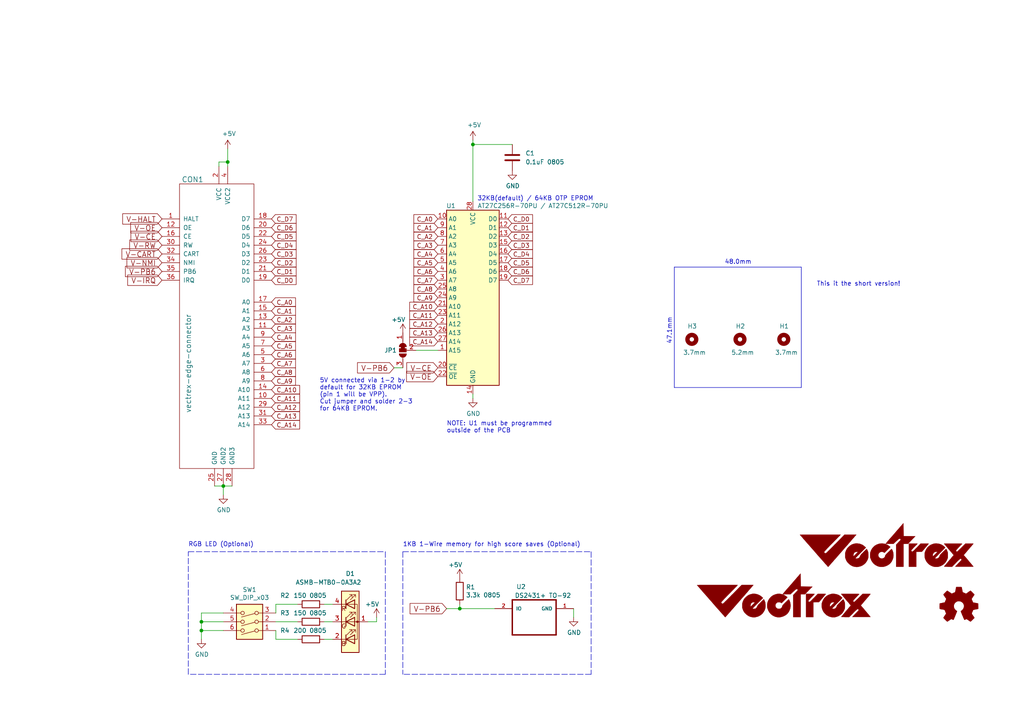
<source format=kicad_sch>
(kicad_sch (version 20211123) (generator eeschema)
  (paper "A4")
  (title_block (title "Vectrex Cartridge") (date "2020-07-05") (rev "v1.2") (company "Brett Walach"))
  (lib_symbols
    (symbol "Device:C" (pin_numbers hide) (pin_names (offset 0.254))
      (property "Reference" "C" (at 0.635 2.54 0))
      (property "Value" "C" (at 0.635 -2.54 0))
      (symbol "C_0_1"
        (polyline (pts (xy -2.032 -0.762) (xy 2.032 -0.762)) (stroke (width 0.508)))
        (polyline (pts (xy -2.032 0.762) (xy 2.032 0.762)) (stroke (width 0.508)))
      )
      (symbol "C_1_1"
        (pin passive line (at 0 3.81 270) (length 2.794) (name "~") (number "1"))
        (pin passive line (at 0 -3.81 90) (length 2.794) (name "~") (number "2"))
      )
    )
    (symbol "Device:R" (pin_numbers hide) (pin_names (offset 0))
      (property "Reference" "R" (at 2.032 0 90))
      (property "Value" "R" (at 0 0 90))
      (symbol "R_0_1"
        (rectangle (start -1.016 -2.54) (end 1.016 2.54) (stroke (width 0.254)))
      )
      (symbol "R_1_1"
        (pin passive line (at 0 3.81 270) (length 1.27) (name "~") (number "1"))
        (pin passive line (at 0 -3.81 90) (length 1.27) (name "~") (number "2"))
      )
    )
    (symbol "Graphic:Logo_Open_Hardware_Small" (pin_names (offset 1.016))
      (symbol "Logo_Open_Hardware_Small_0_1"
        (polyline (pts (xy 3.3528 -4.3434) (xy 3.302 -4.318) (xy 3.175 -4.2418) (xy 2.9972 -4.1148) (xy 2.7686 -3.9624) (xy 2.54 -3.81) (xy 2.3622 -3.7084) (xy 2.2352 -3.6068) (xy 2.1844 -3.5814) (xy 2.159 -3.6068) (xy 2.0574 -3.6576) (xy 1.905 -3.7338) (xy 1.8034 -3.7846) (xy 1.6764 -3.8354) (xy 1.6002 -3.8354) (xy 1.6002 -3.8354) (xy 1.5494 -3.7338) (xy 1.4732 -3.5306) (xy 1.3462 -3.302) (xy 1.2446 -3.0226) (xy 1.1176 -2.7178) (xy 0.9652 -2.413) (xy 0.8636 -2.1082) (xy 0.7366 -1.8288) (xy 0.6604 -1.6256) (xy 0.6096 -1.4732) (xy 0.5842 -1.397) (xy 0.5842 -1.397) (xy 0.6604 -1.3208) (xy 0.7874 -1.2446) (xy 1.0414 -1.016) (xy 1.2954 -0.6858) (xy 1.4478 -0.3302) (xy 1.524 0.0762) (xy 1.4732 0.4572) (xy 1.3208 0.8128) (xy 1.0668 1.143) (xy 0.762 1.3716) (xy 0.4064 1.524) (xy 0 1.5748) (xy -0.381 1.5494) (xy -0.7366 1.397) (xy -1.0668 1.143) (xy -1.2192 0.9906) (xy -1.397 0.6604) (xy -1.524 0.3048) (xy -1.524 0.2286) (xy -1.4986 -0.1778) (xy -1.397 -0.5334) (xy -1.1938 -0.8636) (xy -0.9144 -1.143) (xy -0.8636 -1.1684) (xy -0.7366 -1.27) (xy -0.635 -1.3462) (xy -0.5842 -1.397) (xy -1.0668 -2.5908) (xy -1.143 -2.794) (xy -1.2954 -3.1242) (xy -1.397 -3.4036) (xy -1.4986 -3.6322) (xy -1.5748 -3.7846) (xy -1.6002 -3.8354) (xy -1.6002 -3.8354) (xy -1.651 -3.8354) (xy -1.7272 -3.81) (xy -1.905 -3.7338) (xy -2.0066 -3.683) (xy -2.1336 -3.6068) (xy -2.2098 -3.5814) (xy -2.2606 -3.6068) (xy -2.3622 -3.683) (xy -2.54 -3.81) (xy -2.7686 -3.9624) (xy -2.9718 -4.0894) (xy -3.1496 -4.2164) (xy -3.302 -4.318) (xy -3.3528 -4.3434) (xy -3.3782 -4.3434) (xy -3.429 -4.318) (xy -3.5306 -4.2164) (xy -3.7084 -4.064) (xy -3.937 -3.8354) (xy -3.9624 -3.81) (xy -4.1656 -3.6068) (xy -4.318 -3.4544) (xy -4.4196 -3.3274) (xy -4.445 -3.2766) (xy -4.445 -3.2766) (xy -4.4196 -3.2258) (xy -4.318 -3.0734) (xy -4.2164 -2.8956) (xy -4.064 -2.667) (xy -3.6576 -2.0828) (xy -3.8862 -1.5494) (xy -3.937 -1.3716) (xy -4.0386 -1.1684) (xy -4.0894 -1.0414) (xy -4.1148 -0.9652) (xy -4.191 -0.9398) (xy -4.318 -0.9144) (xy -4.5466 -0.8636) (xy -4.8006 -0.8128) (xy -5.0546 -0.7874) (xy -5.2578 -0.7366) (xy -5.4356 -0.7112) (xy -5.5118 -0.6858) (xy -5.5118 -0.6858) (xy -5.5372 -0.635) (xy -5.5372 -0.5588) (xy -5.5372 -0.4318) (xy -5.5626 -0.2286) (xy -5.5626 0.0762) (xy -5.5626 0.127) (xy -5.5372 0.4064) (xy -5.5372 0.635) (xy -5.5372 0.762) (xy -5.5372 0.8382) (xy -5.5372 0.8382) (xy -5.461 0.8382) (xy -5.3086 0.889) (xy -5.08 0.9144) (xy -4.826 0.9652) (xy -4.8006 0.9906) (xy -4.5466 1.0414) (xy -4.318 1.0668) (xy -4.1656 1.1176) (xy -4.0894 1.143) (xy -4.0894 1.143) (xy -4.0386 1.2446) (xy -3.9624 1.4224) (xy -3.8608 1.6256) (xy -3.7846 1.8288) (xy -3.7084 2.0066) (xy -3.6576 2.159) (xy -3.6322 2.2098) (xy -3.6322 2.2098) (xy -3.683 2.286) (xy -3.7592 2.413) (xy -3.8862 2.5908) (xy -4.064 2.8194) (xy -4.064 2.8448) (xy -4.2164 3.0734) (xy -4.3434 3.2512) (xy -4.4196 3.3782) (xy -4.445 3.4544) (xy -4.445 3.4544) (xy -4.3942 3.5052) (xy -4.2926 3.6322) (xy -4.1148 3.81) (xy -3.937 4.0132) (xy -3.8608 4.064) (xy -3.6576 4.2926) (xy -3.5052 4.4196) (xy -3.4036 4.4958) (xy -3.3528 4.5212) (xy -3.3528 4.5212) (xy -3.302 4.4704) (xy -3.1496 4.3688) (xy -2.9718 4.2418) (xy -2.7432 4.0894) (xy -2.7178 4.0894) (xy -2.4892 3.937) (xy -2.3114 3.81) (xy -2.1844 3.7084) (xy -2.1336 3.683) (xy -2.1082 3.683) (xy -2.032 3.7084) (xy -1.8542 3.7592) (xy -1.6764 3.8354) (xy -1.4732 3.937) (xy -1.27 4.0132) (xy -1.143 4.064) (xy -1.0668 4.1148) (xy -1.0668 4.1148) (xy -1.0414 4.191) (xy -1.016 4.3434) (xy -0.9652 4.572) (xy -0.9144 4.8514) (xy -0.889 4.9022) (xy -0.8382 5.1562) (xy -0.8128 5.3848) (xy -0.7874 5.5372) (xy -0.762 5.588) (xy -0.7112 5.6134) (xy -0.5842 5.6134) (xy -0.4064 5.6134) (xy -0.1524 5.6134) (xy 0.0762 5.6134) (xy 0.3302 5.6134) (xy 0.5334 5.6134) (xy 0.6858 5.588) (xy 0.7366 5.588) (xy 0.7366 5.588) (xy 0.762 5.5118) (xy 0.8128 5.334) (xy 0.8382 5.1054) (xy 0.9144 4.826) (xy 0.9144 4.7752) (xy 0.9652 4.5212) (xy 1.016 4.2926) (xy 1.0414 4.1402) (xy 1.0668 4.0894) (xy 1.0668 4.0894) (xy 1.1938 4.0386) (xy 1.3716 3.9624) (xy 1.5748 3.8608) (xy 2.0828 3.6576) (xy 2.7178 4.0894) (xy 2.7686 4.1402) (xy 2.9972 4.2926) (xy 3.175 4.4196) (xy 3.302 4.4958) (xy 3.3782 4.5212) (xy 3.3782 4.5212) (xy 3.429 4.4704) (xy 3.556 4.3434) (xy 3.7338 4.191) (xy 3.9116 3.9878) (xy 4.064 3.8354) (xy 4.2418 3.6576) (xy 4.3434 3.556) (xy 4.4196 3.4798) (xy 4.4196 3.429) (xy 4.4196 3.4036) (xy 4.3942 3.3274) (xy 4.2926 3.2004) (xy 4.1656 2.9972) (xy 4.0132 2.794) (xy 3.8862 2.5908) (xy 3.7592 2.3876) (xy 3.6576 2.2352) (xy 3.6322 2.159) (xy 3.6322 2.1336) (xy 3.683 2.0066) (xy 3.7592 1.8288) (xy 3.8608 1.6002) (xy 4.064 1.1176) (xy 4.3942 1.0414) (xy 4.5974 1.016) (xy 4.8768 0.9652) (xy 5.1308 0.9144) (xy 5.5372 0.8382) (xy 5.5626 -0.6604) (xy 5.4864 -0.6858) (xy 5.4356 -0.6858) (xy 5.2832 -0.7366) (xy 5.0546 -0.762) (xy 4.8006 -0.8128) (xy 4.5974 -0.8636) (xy 4.3688 -0.9144) (xy 4.2164 -0.9398) (xy 4.1402 -0.9398) (xy 4.1148 -0.9652) (xy 4.064 -1.0668) (xy 3.9878 -1.2446) (xy 3.9116 -1.4478) (xy 3.81 -1.651) (xy 3.7338 -1.8542) (xy 3.683 -2.0066) (xy 3.6576 -2.0828) (xy 3.683 -2.1336) (xy 3.7846 -2.2606) (xy 3.8862 -2.4638) (xy 4.0386 -2.667) (xy 4.191 -2.8956) (xy 4.318 -3.0734) (xy 4.3942 -3.2004) (xy 4.445 -3.2766) (xy 4.4196 -3.3274) (xy 4.3434 -3.429) (xy 4.1656 -3.5814) (xy 3.937 -3.8354) (xy 3.8862 -3.8608) (xy 3.683 -4.064) (xy 3.5306 -4.2164) (xy 3.4036 -4.318) (xy 3.3528 -4.3434)) (fill (type outline)))
      )
    )
    (symbol "Jumper:SolderJumper_3_Bridged12" (pin_names (offset 0) hide)
      (property "Reference" "JP" (at -2.54 -2.54 0))
      (property "Value" "SolderJumper_3_Bridged12" (at 0 2.794 0))
      (symbol "SolderJumper_3_Bridged12_0_1"
        (rectangle (start -1.016 0.508) (end -0.508 -0.508) (fill (type outline)))
        (arc (start -1.016 1.016) (mid -2.032 0) (end -1.016 -1.016))
        (arc (start -1.016 1.016) (mid -2.032 0) (end -1.016 -1.016) (fill (type outline)))
        (rectangle (start -0.508 1.016) (end 0.508 -1.016) (fill (type outline)))
        (polyline (pts (xy -2.54 0) (xy -2.032 0)))
        (polyline (pts (xy -1.016 1.016) (xy -1.016 -1.016)))
        (polyline (pts (xy 0 -1.27) (xy 0 -1.016)))
        (polyline (pts (xy 1.016 1.016) (xy 1.016 -1.016)))
        (polyline (pts (xy 2.54 0) (xy 2.032 0)))
        (arc (start 1.016 -1.016) (mid 2.032 0) (end 1.016 1.016))
        (arc (start 1.016 -1.016) (mid 2.032 0) (end 1.016 1.016) (fill (type outline)))
      )
      (symbol "SolderJumper_3_Bridged12_1_1"
        (pin passive line (at -5.08 0 0) (length 2.54) (name "A") (number "1"))
        (pin passive line (at 0 -3.81 90) (length 2.54) (name "C") (number "2"))
        (pin passive line (at 5.08 0 180) (length 2.54) (name "B") (number "3"))
      )
    )
    (symbol "LED:ASMB-MTB0-0A3A2" (pin_names (offset 0) hide)
      (property "Reference" "D" (at 0 10.16 0))
      (property "Value" "ASMB-MTB0-0A3A2" (at 0 -10.16 0))
      (symbol "ASMB-MTB0-0A3A2_0_0"
        (text "B" (at -1.905 -6.35 0) (effects (font (size 1.27 1.27))))
        (text "G" (at -1.905 -1.27 0) (effects (font (size 1.27 1.27))))
        (text "R" (at -1.905 3.81 0) (effects (font (size 1.27 1.27))))
      )
      (symbol "ASMB-MTB0-0A3A2_0_1"
        (rectangle (start -2.54 -8.89) (end 2.54 8.89) (stroke (width 0.254)) (fill (type background)))
        (polyline (pts (xy -2.54 -5.08) (xy 1.27 -5.08)))
        (polyline (pts (xy -1.27 -3.81) (xy -1.27 -6.35)) (stroke (width 0.254)))
        (polyline (pts (xy -1.27 1.27) (xy -1.27 -1.27)) (stroke (width 0.254)))
        (polyline (pts (xy -1.27 6.35) (xy -1.27 3.81)) (stroke (width 0.254)))
        (polyline (pts (xy 1.27 5.08) (xy -2.54 5.08)))
        (polyline (pts (xy 2.54 0) (xy -2.54 0)))
        (polyline (pts (xy 1.27 -5.08) (xy 2.032 -5.08) (xy 2.032 5.08) (xy 1.27 5.08)))
        (polyline (pts (xy 1.27 -3.81) (xy 1.27 -6.35) (xy -1.27 -5.08) (xy 1.27 -3.81)) (stroke (width 0.254)))
        (polyline (pts (xy 1.27 1.27) (xy 1.27 -1.27) (xy -1.27 0) (xy 1.27 1.27)) (stroke (width 0.254)))
        (polyline (pts (xy 1.27 6.35) (xy 1.27 3.81) (xy -1.27 5.08) (xy 1.27 6.35)) (stroke (width 0.254)))
        (polyline (pts (xy -1.016 -3.81) (xy 0.508 -2.286) (xy -0.254 -2.286) (xy 0.508 -2.286) (xy 0.508 -3.048)))
        (polyline (pts (xy -1.016 1.27) (xy 0.508 2.794) (xy -0.254 2.794) (xy 0.508 2.794) (xy 0.508 2.032)))
        (polyline (pts (xy -1.016 6.35) (xy 0.508 7.874) (xy -0.254 7.874) (xy 0.508 7.874) (xy 0.508 7.112)))
        (polyline (pts (xy 0 -3.81) (xy 1.524 -2.286) (xy 0.762 -2.286) (xy 1.524 -2.286) (xy 1.524 -3.048)))
        (polyline (pts (xy 0 1.27) (xy 1.524 2.794) (xy 0.762 2.794) (xy 1.524 2.794) (xy 1.524 2.032)))
        (polyline (pts (xy 0 6.35) (xy 1.524 7.874) (xy 0.762 7.874) (xy 1.524 7.874) (xy 1.524 7.112)))
        (rectangle (start 1.27 6.35) (end 1.27 6.35))
        (circle (center 2.032 0) (radius 0.254) (fill (type outline)))
      )
      (symbol "ASMB-MTB0-0A3A2_1_1"
        (pin passive line (at 5.08 0 180) (length 2.54) (name "A") (number "1"))
        (pin passive line (at -5.08 -5.08 0) (length 2.54) (name "BK") (number "2"))
        (pin passive line (at -5.08 0 0) (length 2.54) (name "GK") (number "3"))
        (pin passive line (at -5.08 5.08 0) (length 2.54) (name "RK") (number "4"))
      )
    )
    (symbol "Mechanical:MountingHole" (pin_names (offset 1.016))
      (property "Reference" "H" (at 0 5.08 0))
      (property "Value" "MountingHole" (at 0 3.175 0))
      (symbol "MountingHole_0_1"
        (circle (center 0 0) (radius 1.27) (stroke (width 1.27)))
      )
    )
    (symbol "Memory_EPROM:27C512"
      (property "Reference" "U" (at -7.62 26.67 0))
      (property "Value" "27C512" (at 2.54 -26.67 0))
      (symbol "27C512_1_1"
        (rectangle (start -7.62 25.4) (end 7.62 -25.4) (stroke (width 0.254)) (fill (type background)))
        (pin input line (at -10.16 -15.24 0) (length 2.54) (name "A15") (number "1"))
        (pin input line (at -10.16 22.86 0) (length 2.54) (name "A0") (number "10"))
        (pin tri_state line (at 10.16 22.86 180) (length 2.54) (name "D0") (number "11"))
        (pin tri_state line (at 10.16 20.32 180) (length 2.54) (name "D1") (number "12"))
        (pin tri_state line (at 10.16 17.78 180) (length 2.54) (name "D2") (number "13"))
        (pin power_in line (at 0 -27.94 90) (length 2.54) (name "GND") (number "14"))
        (pin tri_state line (at 10.16 15.24 180) (length 2.54) (name "D3") (number "15"))
        (pin tri_state line (at 10.16 12.7 180) (length 2.54) (name "D4") (number "16"))
        (pin tri_state line (at 10.16 10.16 180) (length 2.54) (name "D5") (number "17"))
        (pin tri_state line (at 10.16 7.62 180) (length 2.54) (name "D6") (number "18"))
        (pin tri_state line (at 10.16 5.08 180) (length 2.54) (name "D7") (number "19"))
        (pin input line (at -10.16 -7.62 0) (length 2.54) (name "A12") (number "2"))
        (pin input line (at -10.16 -20.32 0) (length 2.54) (name "~{CE}") (number "20"))
        (pin input line (at -10.16 -2.54 0) (length 2.54) (name "A10") (number "21"))
        (pin input line (at -10.16 -22.86 0) (length 2.54) (name "~{OE}") (number "22"))
        (pin input line (at -10.16 -5.08 0) (length 2.54) (name "A11") (number "23"))
        (pin input line (at -10.16 0 0) (length 2.54) (name "A9") (number "24"))
        (pin input line (at -10.16 2.54 0) (length 2.54) (name "A8") (number "25"))
        (pin input line (at -10.16 -10.16 0) (length 2.54) (name "A13") (number "26"))
        (pin input line (at -10.16 -12.7 0) (length 2.54) (name "A14") (number "27"))
        (pin power_in line (at 0 27.94 270) (length 2.54) (name "VCC") (number "28"))
        (pin input line (at -10.16 5.08 0) (length 2.54) (name "A7") (number "3"))
        (pin input line (at -10.16 7.62 0) (length 2.54) (name "A6") (number "4"))
        (pin input line (at -10.16 10.16 0) (length 2.54) (name "A5") (number "5"))
        (pin input line (at -10.16 12.7 0) (length 2.54) (name "A4") (number "6"))
        (pin input line (at -10.16 15.24 0) (length 2.54) (name "A3") (number "7"))
        (pin input line (at -10.16 17.78 0) (length 2.54) (name "A2") (number "8"))
        (pin input line (at -10.16 20.32 0) (length 2.54) (name "A1") (number "9"))
      )
    )
    (symbol "Switch:SW_DIP_x03" (pin_names (offset 0) hide)
      (property "Reference" "SW" (at 0 8.89 0))
      (property "Value" "SW_DIP_x03" (at 0 -3.81 0))
      (symbol "SW_DIP_x03_0_0"
        (circle (center -2.032 0) (radius 0.508))
        (circle (center -2.032 2.54) (radius 0.508))
        (circle (center -2.032 5.08) (radius 0.508))
        (polyline (pts (xy -1.524 0.127) (xy 2.3622 1.1684)))
        (polyline (pts (xy -1.524 2.667) (xy 2.3622 3.7084)))
        (polyline (pts (xy -1.524 5.207) (xy 2.3622 6.2484)))
        (circle (center 2.032 0) (radius 0.508))
        (circle (center 2.032 2.54) (radius 0.508))
        (circle (center 2.032 5.08) (radius 0.508))
      )
      (symbol "SW_DIP_x03_0_1"
        (rectangle (start -3.81 7.62) (end 3.81 -2.54) (stroke (width 0.254)) (fill (type background)))
      )
      (symbol "SW_DIP_x03_1_1"
        (pin passive line (at -7.62 5.08 0) (length 5.08) (name "~") (number "1"))
        (pin passive line (at -7.62 2.54 0) (length 5.08) (name "~") (number "2"))
        (pin passive line (at -7.62 0 0) (length 5.08) (name "~") (number "3"))
        (pin passive line (at 7.62 0 180) (length 5.08) (name "~") (number "4"))
        (pin passive line (at 7.62 2.54 180) (length 5.08) (name "~") (number "5"))
        (pin passive line (at 7.62 5.08 180) (length 5.08) (name "~") (number "6"))
      )
    )
    (symbol "ds2431:DS2431" (pin_names (offset 1.016))
      (property "Reference" "U" (at 1.27 8.89 0))
      (property "Value" "DS2431" (at 1.27 6.35 0))
      (symbol "DS2431_0_0"
        (polyline (pts (xy 0 -5.08) (xy 0 5.08)) (stroke (width 0.4064)))
        (polyline (pts (xy 12.7 5.08) (xy 12.7 -5.08)) (stroke (width 0.4064)))
        (pin power_in line (at 17.78 2.54 180) (length 5.08) (name "GND") (number "1"))
        (pin bidirectional line (at -5.08 2.54 0) (length 5.08) (name "IO") (number "2"))
      )
      (symbol "DS2431_1_1"
        (polyline (pts (xy -12.7 -11.43) (xy -12.7 -11.43)) (stroke (width 0.4064)))
        (polyline (pts (xy 0 -5.08) (xy 12.7 -5.08)) (stroke (width 0.4064)))
        (polyline (pts (xy 0 5.08) (xy 12.7 5.08)) (stroke (width 0.4064)))
      )
    )
    (symbol "power:+5V" (power) (pin_names (offset 0))
      (property "Value" "+5V" (at 0 3.556 0))
      (symbol "+5V_0_1"
        (polyline (pts (xy -0.762 1.27) (xy 0 2.54)))
        (polyline (pts (xy 0 0) (xy 0 2.54)))
        (polyline (pts (xy 0 2.54) (xy 0.762 1.27)))
      )
      (symbol "+5V_1_1"
        (pin power_in line (at 0 0 90) (length 0) hide (name "+5V") (number "1"))
      )
    )
    (symbol "power:GND" (power) (pin_names (offset 0))
      (property "Value" "GND" (at 0 -3.81 0))
      (symbol "GND_0_1"
        (polyline (pts (xy 0 0) (xy 0 -1.27) (xy 1.27 -1.27) (xy 0 -2.54) (xy -1.27 -1.27) (xy 0 -1.27)))
      )
      (symbol "GND_1_1"
        (pin power_in line (at 0 0 270) (length 0) hide (name "GND") (number "1"))
      )
    )
    (symbol "vectrex-edge-connector:vectrex-edge-connector" (pin_names (offset 1.016))
      (property "Reference" "CON" (at 10.16 -40.64 0))
      (property "Value" "vectrex-edge-connector" (at -20.32 49.53 0))
      (symbol "vectrex-edge-connector_0_1"
        (rectangle (start -12.7 45.72) (end 8.89 -36.83))
      )
      (symbol "vectrex-edge-connector_1_1"
        (pin output line (at -17.78 35.56 0) (length 5.08) (name "HALT") (number "1"))
        (pin output line (at 13.97 -16.51 180) (length 5.08) (name "A11") (number "10"))
        (pin output line (at 13.97 3.81 180) (length 5.08) (name "A3") (number "11"))
        (pin output line (at -17.78 33.02 0) (length 5.08) (name "OE") (number "12"))
        (pin output line (at 13.97 6.35 180) (length 5.08) (name "A2") (number "13"))
        (pin output line (at 13.97 -13.97 180) (length 5.08) (name "A10") (number "14"))
        (pin output line (at 13.97 8.89 180) (length 5.08) (name "A1") (number "15"))
        (pin output line (at -17.78 30.48 0) (length 5.08) (name "CE") (number "16"))
        (pin output line (at 13.97 11.43 180) (length 5.08) (name "A0") (number "17"))
        (pin output line (at 13.97 35.56 180) (length 5.08) (name "D7") (number "18"))
        (pin output line (at 13.97 17.78 180) (length 5.08) (name "D0") (number "19"))
        (pin output line (at -1.27 50.8 270) (length 5.08) (name "VCC") (number "2"))
        (pin output line (at 13.97 33.02 180) (length 5.08) (name "D6") (number "20"))
        (pin output line (at 13.97 20.32 180) (length 5.08) (name "D1") (number "21"))
        (pin output line (at 13.97 30.48 180) (length 5.08) (name "D5") (number "22"))
        (pin output line (at 13.97 22.86 180) (length 5.08) (name "D2") (number "23"))
        (pin output line (at 13.97 27.94 180) (length 5.08) (name "D4") (number "24"))
        (pin output line (at -2.54 -41.91 90) (length 5.08) (name "GND") (number "25"))
        (pin output line (at 13.97 25.4 180) (length 5.08) (name "D3") (number "26"))
        (pin output line (at 0 -41.91 90) (length 5.08) (name "GND2") (number "27"))
        (pin output line (at 2.54 -41.91 90) (length 5.08) (name "GND3") (number "28"))
        (pin output line (at 13.97 -19.05 180) (length 5.08) (name "A12") (number "29"))
        (pin output line (at 13.97 -6.35 180) (length 5.08) (name "A7") (number "3"))
        (pin output line (at -17.78 27.94 0) (length 5.08) (name "RW") (number "30"))
        (pin output line (at 13.97 -21.59 180) (length 5.08) (name "A13") (number "31"))
        (pin output line (at -17.78 25.4 0) (length 5.08) (name "CART") (number "32"))
        (pin output line (at 13.97 -24.13 180) (length 5.08) (name "A14") (number "33"))
        (pin output line (at -17.78 22.86 0) (length 5.08) (name "NMI") (number "34"))
        (pin output line (at -17.78 20.32 0) (length 5.08) (name "PB6") (number "35"))
        (pin output line (at -17.78 17.78 0) (length 5.08) (name "IRQ") (number "36"))
        (pin output line (at 1.27 50.8 270) (length 5.08) (name "VCC2") (number "4"))
        (pin output line (at 13.97 -3.81 180) (length 5.08) (name "A6") (number "5"))
        (pin output line (at 13.97 -8.89 180) (length 5.08) (name "A8") (number "6"))
        (pin output line (at 13.97 -1.27 180) (length 5.08) (name "A5") (number "7"))
        (pin output line (at 13.97 -11.43 180) (length 5.08) (name "A9") (number "8"))
        (pin output line (at 13.97 1.27 180) (length 5.08) (name "A4") (number "9"))
      )
    )
    (symbol "vectrex-us:LOGO" (pin_names (offset 1.016))
      (symbol "LOGO_0_0"
        (polyline (pts (xy 8.5852 -1.9304) (xy 9.398 -1.905) (xy 10.2108 -1.905) (xy 11.2014 -0.762) (xy 11.2776 -0.6604) (xy 11.5062 -0.381) (xy 11.7348 -0.127) (xy 11.9126 0.1016) (xy 12.065 0.2794) (xy 12.1412 0.381) (xy 12.1666 0.4318) (xy 12.065 0.4572) (xy 9.8552 0.4572) (xy 8.7376 -0.7112) (xy 8.4328 -0.9906) (xy 8.1788 -1.27) (xy 7.8232 -1.6256) (xy 7.6962 -1.7272) (xy 7.5946 -1.8034) (xy 7.5438 -1.8542) (xy 7.4676 -1.8542) (xy 7.4168 -1.8796) (xy 7.3406 -1.8542) (xy 7.2136 -1.778) (xy 7.1374 -1.651) (xy 7.1374 -1.4986) (xy 7.1628 -1.4732) (xy 7.239 -1.3462) (xy 7.3914 -1.1938) (xy 7.5692 -0.9906) (xy 7.7978 -0.7366) (xy 8.6614 0.127) (xy 8.7884 0.2794) (xy 8.9408 0.4318) (xy 8.89 0.4318) (xy 8.7884 0.4572) (xy 6.4516 0.4572) (xy 6.4516 -6.2484) (xy 8.5852 -6.2484) (xy 8.5852 -1.9304)) (stroke (width 0.0254)) (fill (type outline)))
        (polyline (pts (xy 4.8768 0.3556) (xy 5.5118 0.381) (xy 6.1722 0.381) (xy 7.2136 1.4732) (xy 8.2804 2.5654) (xy 6.5786 2.5908) (xy 4.9022 2.6162) (xy 4.8768 4.4958) (xy 4.8514 6.35) (xy 4.7244 6.1976) (xy 4.699 6.1722) (xy 4.5974 6.0452) (xy 4.4196 5.8674) (xy 4.2164 5.6134) (xy 3.9624 5.334) (xy 3.683 5.0038) (xy 3.3528 4.6228) (xy 2.6416 3.81) (xy 2.2606 3.3528) (xy 0.7366 1.6256) (xy 0.6096 1.4732) (xy 0.3556 1.1938) (xy 0.1524 0.9398) (xy -0.0254 0.7112) (xy -0.1778 0.5588) (xy -0.254 0.4318) (xy -0.2794 0.4064) (xy -0.1778 0.381) (xy 1.9558 0.381) (xy 2.7686 1.143) (xy 2.8956 1.2446) (xy 3.1496 1.4732) (xy 3.3274 1.651) (xy 3.4798 1.7526) (xy 3.6068 1.8288) (xy 3.683 1.8796) (xy 3.7338 1.905) (xy 3.8862 1.8542) (xy 4.0132 1.7526) (xy 4.064 1.6002) (xy 4.0386 1.5748) (xy 4.0132 1.4986) (xy 3.937 1.397) (xy 3.8354 1.2446) (xy 3.6322 1.0668) (xy 3.4036 0.8128) (xy 2.7432 0.127) (xy 2.7432 -6.2484) (xy 4.8768 -6.2484) (xy 4.8768 0.3556)) (stroke (width 0.0254)) (fill (type outline)))
        (polyline (pts (xy -0.635 -6.1976) (xy -0.1016 -6.0198) (xy 0.4064 -5.7658) (xy 0.8636 -5.4356) (xy 1.0922 -5.207) (xy 1.4224 -4.7752) (xy 1.6764 -4.2672) (xy 1.8542 -3.7592) (xy 1.9558 -3.2004) (xy 1.9558 -2.667) (xy 1.8796 -2.1336) (xy 1.6764 -1.524) (xy 1.5748 -1.3208) (xy 1.4986 -1.1938) (xy 1.4224 -1.1176) (xy 1.3208 -1.2192) (xy 1.1684 -1.3462) (xy 0.9652 -1.524) (xy 0.762 -1.7526) (xy 0.508 -1.9812) (xy -0.0762 -2.5654) (xy -0.2032 -2.7178) (xy -0.3048 -2.8448) (xy -0.3556 -2.921) (xy -0.4064 -3.0226) (xy -0.4318 -3.0988) (xy -0.4572 -3.2512) (xy -0.6096 -3.5306) (xy -0.8382 -3.7338) (xy -1.1176 -3.8608) (xy -1.4478 -3.8862) (xy -1.4732 -3.8862) (xy -1.778 -3.8354) (xy -2.0574 -3.683) (xy -2.2606 -3.4544) (xy -2.3114 -3.3782) (xy -2.3876 -3.2512) (xy -2.413 -3.0988) (xy -2.413 -2.6416) (xy -2.3622 -2.5146) (xy -2.2606 -2.3622) (xy -2.159 -2.2352) (xy -1.9304 -2.032) (xy -1.6764 -1.9558) (xy -1.3716 -1.9304) (xy -1.1684 -1.9558) (xy -0.9906 -2.0066) (xy -0.8382 -2.0828) (xy -0.635 -2.2098) (xy 1.0414 -0.5334) (xy 0.8128 -0.3302) (xy 0.762 -0.3048) (xy 0.3048 0.0254) (xy -0.1778 0.254) (xy -0.7112 0.4064) (xy -1.27 0.4826) (xy -1.8034 0.4572) (xy -1.905 0.4572) (xy -2.4638 0.3048) (xy -2.9972 0.1016) (xy -3.4798 -0.2032) (xy -3.8862 -0.5842) (xy -4.2418 -1.016) (xy -4.5212 -1.524) (xy -4.7244 -2.0828) (xy -4.7498 -2.3114) (xy -4.8006 -2.667) (xy -4.8006 -3.048) (xy -4.7752 -3.429) (xy -4.7244 -3.7338) (xy -4.6736 -3.8354) (xy -4.4704 -4.3688) (xy -4.191 -4.8514) (xy -3.8354 -5.2832) (xy -3.4036 -5.6642) (xy -2.921 -5.9436) (xy -2.413 -6.1722) (xy -1.8542 -6.2738) (xy -1.7526 -6.2992) (xy -1.1938 -6.2992) (xy -0.635 -6.1976)) (stroke (width 0.0254)) (fill (type outline)))
        (polyline (pts (xy -16.8402 -6.1468) (xy -16.6878 -5.969) (xy -16.4846 -5.7404) (xy -16.2306 -5.461) (xy -15.9258 -5.1054) (xy -15.5956 -4.7498) (xy -15.24 -4.318) (xy -14.8336 -3.8862) (xy -14.4272 -3.4036) (xy -13.9954 -2.921) (xy -13.5636 -2.413) (xy -13.1064 -1.905) (xy -12.6492 -1.3716) (xy -12.2174 -0.8636) (xy -11.7602 -0.3556) (xy -11.3284 0.127) (xy -10.922 0.6096) (xy -10.541 1.0414) (xy -10.1854 1.4732) (xy -9.8552 1.8542) (xy -9.5504 2.1844) (xy -9.3218 2.4638) (xy -9.1186 2.6924) (xy -8.9662 2.8702) (xy -8.8646 2.9972) (xy -8.8392 3.0226) (xy -8.8646 3.048) (xy -12.2174 3.048) (xy -14.859 0.3556) (xy -15.0114 0.2286) (xy -15.494 -0.2794) (xy -16.7132 -1.4986) (xy -17.018 -1.778) (xy -17.2466 -2.032) (xy -17.4498 -2.2098) (xy -17.5768 -2.3114) (xy -17.6276 -2.3622) (xy -17.8054 -2.3622) (xy -17.9578 -2.3114) (xy -18.0848 -2.1844) (xy -18.1356 -2.032) (xy -18.0848 -1.8542) (xy -18.0086 -1.778) (xy -17.8816 -1.6256) (xy -17.6784 -1.4224) (xy -17.4498 -1.1684) (xy -17.1704 -0.8636) (xy -16.8402 -0.5334) (xy -16.4846 -0.1524) (xy -15.5448 0.7874) (xy -15.1638 1.1938) (xy -14.4526 1.905) (xy -14.1478 2.2352) (xy -13.8684 2.4892) (xy -13.6652 2.7178) (xy -13.5128 2.8956) (xy -13.4112 2.9972) (xy -13.3604 3.0226) (xy -13.3858 3.0226) (xy -13.4874 3.048) (xy -24.4094 3.048) (xy -24.7142 3.0226) (xy -25.146 3.0226) (xy -25.1206 2.9972) (xy -25.0444 2.8956) (xy -24.892 2.7178) (xy -24.6888 2.4892) (xy -24.4348 2.2098) (xy -24.1554 1.8542) (xy -23.7998 1.4732) (xy -23.4188 1.016) (xy -23.0124 0.5588) (xy -22.5552 0.0508) (xy -21.59 -1.0668) (xy -21.0566 -1.651) (xy -20.6502 -2.1336) (xy -19.685 -3.2512) (xy -19.2278 -3.7592) (xy -18.796 -4.2418) (xy -18.415 -4.6736) (xy -18.0594 -5.08) (xy -17.7546 -5.4356) (xy -17.4752 -5.715) (xy -17.272 -5.969) (xy -17.1196 -6.1468) (xy -17.018 -6.2484) (xy -16.9672 -6.2738) (xy -16.8402 -6.1468)) (stroke (width 0.0254)) (fill (type outline)))
        (polyline (pts (xy -8.3566 -6.2992) (xy -7.8994 -6.1976) (xy -7.6962 -6.1468) (xy -7.5184 -6.096) (xy -7.0612 -5.8928) (xy -6.604 -5.588) (xy -6.1722 -5.207) (xy -5.842 -4.7498) (xy -5.5626 -4.2672) (xy -5.3594 -3.6576) (xy -5.3086 -3.3782) (xy -5.3086 -2.6924) (xy -5.334 -2.3622) (xy -5.3848 -2.0828) (xy -5.3848 -2.0066) (xy -5.461 -1.8288) (xy -5.6134 -1.4224) (xy -5.6896 -1.27) (xy -5.7658 -1.143) (xy -5.7912 -1.1176) (xy -5.8166 -1.1176) (xy -5.9182 -1.2192) (xy -6.0706 -1.3462) (xy -6.2484 -1.5494) (xy -6.477 -1.7526) (xy -6.731 -2.0066) (xy -6.7564 -2.0574) (xy -7.0358 -2.3368) (xy -7.2644 -2.54) (xy -7.4168 -2.7178) (xy -7.5184 -2.8702) (xy -7.5946 -2.9718) (xy -7.6454 -3.048) (xy -7.6708 -3.1496) (xy -7.7216 -3.2258) (xy -7.874 -3.5306) (xy -8.0772 -3.7338) (xy -8.3566 -3.8608) (xy -8.6868 -3.8862) (xy -8.9662 -3.8862) (xy -9.0424 -3.8608) (xy -9.0678 -3.8354) (xy -9.0424 -3.7846) (xy -8.9916 -3.7084) (xy -8.89 -3.5814) (xy -8.7376 -3.429) (xy -8.5598 -3.2258) (xy -6.0452 -0.7112) (xy -6.3246 -0.4572) (xy -6.5278 -0.2794) (xy -6.985 0.0508) (xy -7.5184 0.2794) (xy -7.8994 0.4064) (xy -8.4836 0.4826) (xy -9.0424 0.4826) (xy -9.5758 0.3556) (xy -10.1092 0.1778) (xy -10.5918 -0.127) (xy -11.0236 -0.508) (xy -11.2268 -0.7112) (xy -11.5062 -1.0414) (xy -11.7094 -1.4224) (xy -11.8872 -1.8288) (xy -11.9126 -1.9304) (xy -11.9634 -2.0828) (xy -11.9888 -2.2098) (xy -12.0142 -2.3876) (xy -12.0142 -3.2004) (xy -9.652 -3.2004) (xy -9.652 -2.8702) (xy -9.6012 -2.54) (xy -9.4742 -2.286) (xy -9.271 -2.0828) (xy -8.9916 -1.9558) (xy -8.6614 -1.9304) (xy -8.382 -1.9304) (xy -8.3312 -1.9558) (xy -8.4582 -2.0828) (xy -8.5852 -2.2352) (xy -9.3218 -2.9718) (xy -9.4742 -3.0988) (xy -9.6266 -3.2512) (xy -9.652 -3.2004) (xy -12.0142 -3.2004) (xy -12.0142 -3.5306) (xy -11.9888 -3.683) (xy -11.8872 -3.9878) (xy -11.7856 -4.2418) (xy -11.6078 -4.6228) (xy -11.3538 -4.9784) (xy -11.0236 -5.3086) (xy -10.668 -5.6388) (xy -10.1854 -5.9436) (xy -9.6774 -6.1722) (xy -9.0932 -6.2738) (xy -8.9408 -6.2992) (xy -8.8138 -6.3246) (xy -8.5598 -6.3246) (xy -8.3566 -6.2992)) (stroke (width 0.0254)) (fill (type outline)))
        (polyline (pts (xy 15.3162 -6.1722) (xy 15.8242 -5.969) (xy 16.3068 -5.6896) (xy 16.7386 -5.334) (xy 16.9672 -5.1054) (xy 17.2212 -4.7498) (xy 17.4244 -4.3942) (xy 17.6022 -3.9878) (xy 17.6276 -3.937) (xy 17.6784 -3.7846) (xy 17.7038 -3.6322) (xy 17.7292 -3.4544) (xy 17.7292 -2.3876) (xy 17.7038 -2.2098) (xy 17.6784 -2.0574) (xy 17.6276 -1.8796) (xy 17.5768 -1.778) (xy 17.4752 -1.524) (xy 17.399 -1.3208) (xy 17.2974 -1.1938) (xy 17.2212 -1.1176) (xy 17.1958 -1.143) (xy 17.0942 -1.2192) (xy 16.764 -1.5494) (xy 16.5354 -1.7526) (xy 15.7734 -2.5146) (xy 15.5956 -2.7178) (xy 15.4686 -2.8702) (xy 15.3924 -2.9718) (xy 15.3924 -3.0226) (xy 15.367 -3.175) (xy 15.2654 -3.3782) (xy 15.113 -3.5814) (xy 14.9352 -3.7592) (xy 14.9098 -3.7592) (xy 14.7574 -3.8354) (xy 14.605 -3.8862) (xy 14.097 -3.8862) (xy 14.0208 -3.8608) (xy 13.9954 -3.8354) (xy 14.0208 -3.7846) (xy 14.0716 -3.7084) (xy 14.1732 -3.6068) (xy 14.3002 -3.4544) (xy 14.7574 -2.9972) (xy 15.0622 -2.667) (xy 16.2052 -1.524) (xy 16.4592 -1.2446) (xy 16.6624 -1.0414) (xy 16.8148 -0.8636) (xy 16.9672 -0.7112) (xy 16.9418 -0.7112) (xy 16.891 -0.635) (xy 16.7894 -0.508) (xy 16.637 -0.381) (xy 16.4592 -0.2286) (xy 15.9766 0.1016) (xy 15.4686 0.3048) (xy 14.9352 0.4318) (xy 14.4018 0.4826) (xy 13.843 0.4572) (xy 13.335 0.3048) (xy 12.827 0.1016) (xy 12.3444 -0.2032) (xy 11.9126 -0.5842) (xy 11.7348 -0.7874) (xy 11.4808 -1.1938) (xy 11.2522 -1.651) (xy 11.0998 -2.0828) (xy 11.0744 -2.159) (xy 11.0236 -2.4384) (xy 11.0236 -2.9718) (xy 13.3604 -2.9718) (xy 13.3604 -2.8194) (xy 13.3858 -2.667) (xy 13.4366 -2.5654) (xy 13.589 -2.286) (xy 13.7922 -2.0828) (xy 14.0716 -1.9558) (xy 14.4018 -1.9304) (xy 14.6812 -1.9304) (xy 14.732 -1.9558) (xy 14.605 -2.0828) (xy 14.478 -2.2352) (xy 13.7414 -2.9718) (xy 13.589 -3.0988) (xy 13.4366 -3.2512) (xy 13.4112 -3.2258) (xy 13.3858 -3.1242) (xy 13.3604 -2.9718) (xy 11.0236 -2.9718) (xy 11.0236 -3.1242) (xy 11.049 -3.4544) (xy 11.0998 -3.7338) (xy 11.1252 -3.8608) (xy 11.3284 -4.3688) (xy 11.6078 -4.8514) (xy 11.9888 -5.2832) (xy 12.3952 -5.6642) (xy 12.8778 -5.9436) (xy 13.4112 -6.1722) (xy 13.9446 -6.2738) (xy 14.1732 -6.2992) (xy 14.7574 -6.2992) (xy 15.3162 -6.1722)) (stroke (width 0.0254)) (fill (type outline)))
        (polyline (pts (xy 20.1422 -5.08) (xy 20.193 -5.0038) (xy 20.7772 -4.4196) (xy 20.9804 -4.2418) (xy 21.1582 -4.0894) (xy 21.2852 -3.9878) (xy 21.3614 -3.937) (xy 21.4376 -3.9116) (xy 21.5138 -3.9116) (xy 21.5646 -3.937) (xy 21.6408 -4.0132) (xy 21.7424 -4.2672) (xy 21.6916 -4.2926) (xy 21.6154 -4.4196) (xy 21.463 -4.572) (xy 21.2852 -4.7752) (xy 20.8026 -5.2578) (xy 19.8882 -6.223) (xy 25.1206 -6.223) (xy 25.1206 -6.1976) (xy 25.0698 -6.1214) (xy 24.9428 -5.9944) (xy 24.7904 -5.7912) (xy 24.6126 -5.5626) (xy 24.384 -5.3086) (xy 23.368 -4.0894) (xy 23.1394 -3.81) (xy 22.9108 -3.556) (xy 22.7076 -3.3274) (xy 22.5552 -3.1496) (xy 22.4536 -3.0226) (xy 22.3266 -2.8956) (xy 23.7236 -1.2446) (xy 23.9014 -1.0414) (xy 24.1808 -0.7112) (xy 24.4602 -0.4064) (xy 24.6888 -0.127) (xy 24.8666 0.1016) (xy 25.019 0.2794) (xy 25.0952 0.381) (xy 25.146 0.4318) (xy 25.1206 0.4318) (xy 25.019 0.4572) (xy 22.86 0.4572) (xy 21.4376 -0.9652) (xy 21.1328 -1.2446) (xy 20.7264 -1.651) (xy 20.574 -1.778) (xy 20.4724 -1.8542) (xy 20.3708 -1.8796) (xy 20.2946 -1.8796) (xy 20.1168 -1.7018) (xy 20.0914 -1.6256) (xy 20.1168 -1.5494) (xy 20.193 -1.4224) (xy 20.2946 -1.27) (xy 20.4724 -1.0922) (xy 20.701 -0.8382) (xy 20.9804 -0.5334) (xy 21.1582 -0.3556) (xy 21.3868 -0.1016) (xy 21.7424 0.254) (xy 21.844 0.381) (xy 21.8694 0.4318) (xy 21.7678 0.4318) (xy 21.5646 0.4572) (xy 16.6878 0.4572) (xy 16.6624 0.4318) (xy 16.7132 0.3556) (xy 16.8402 0.2032) (xy 17.018 0) (xy 17.2212 -0.254) (xy 17.4752 -0.5334) (xy 17.7292 -0.8636) (xy 18.1864 -1.397) (xy 18.4658 -1.7272) (xy 18.7452 -2.032) (xy 18.9738 -2.3114) (xy 19.1516 -2.54) (xy 19.304 -2.7178) (xy 19.4056 -2.8194) (xy 19.431 -2.8702) (xy 19.431 -2.8956) (xy 19.3802 -2.9718) (xy 19.2532 -3.1242) (xy 19.1008 -3.302) (xy 18.8722 -3.556) (xy 18.6436 -3.8608) (xy 18.3642 -4.1656) (xy 18.0848 -4.5212) (xy 17.9324 -4.6736) (xy 17.653 -5.0292) (xy 17.399 -5.334) (xy 17.1704 -5.6134) (xy 16.9672 -5.842) (xy 16.8148 -6.0198) (xy 16.7132 -6.1214) (xy 16.6878 -6.1722) (xy 16.6878 -6.1976) (xy 16.7386 -6.1976) (xy 16.8656 -6.223) (xy 17.399 -6.223) (xy 17.8054 -6.2484) (xy 18.9738 -6.2484) (xy 20.1422 -5.08)) (stroke (width 0.0254)) (fill (type outline)))
      )
    )
  )
  (junction (at 137.16 41.91))
  (junction (at 58.42 180.34))
  (junction (at 66.04 46.99))
  (junction (at 133.35 176.53))
  (junction (at 64.77 140.97))
  (junction (at 58.42 182.88))
  (wire (pts (xy 109.22 179.07) (xy 109.22 180.34)))
  (wire (pts (xy 137.16 114.3) (xy 137.16 115.57)))
  (wire (pts (xy 62.23 140.97) (xy 64.77 140.97)))
  (polyline (pts (xy 116.84 160.02) (xy 116.84 195.58)))
  (wire (pts (xy 93.98 185.42) (xy 96.52 185.42)))
  (wire (pts (xy 137.16 41.91) (xy 137.16 58.42)))
  (wire (pts (xy 58.42 182.88) (xy 64.77 182.88)))
  (polyline (pts (xy 195.58 77.47) (xy 195.58 112.395)) (stroke (width 0) (type solid)))
  (wire (pts (xy 66.04 43.18) (xy 66.04 46.99)))
  (wire (pts (xy 80.01 177.8) (xy 80.01 175.26)))
  (polyline (pts (xy 232.41 77.47) (xy 232.41 112.395)) (stroke (width 0) (type solid)))
  (wire (pts (xy 63.5 46.99) (xy 66.04 46.99)))
  (wire (pts (xy 58.42 180.34) (xy 58.42 182.88)))
  (wire (pts (xy 64.77 140.97) (xy 64.77 143.51)))
  (wire (pts (xy 58.42 177.8) (xy 58.42 180.34)))
  (wire (pts (xy 80.01 185.42) (xy 86.36 185.42)))
  (wire (pts (xy 109.22 180.34) (xy 106.68 180.34)))
  (wire (pts (xy 80.01 175.26) (xy 86.36 175.26)))
  (wire (pts (xy 64.77 140.97) (xy 67.31 140.97)))
  (wire (pts (xy 80.01 180.34) (xy 86.36 180.34)))
  (polyline (pts (xy 171.45 195.58) (xy 116.84 195.58)))
  (wire (pts (xy 137.16 41.91) (xy 148.59 41.91)))
  (wire (pts (xy 66.04 46.99) (xy 66.04 48.26)))
  (polyline (pts (xy 111.76 195.58) (xy 54.61 195.58)))
  (wire (pts (xy 63.5 46.99) (xy 63.5 48.26)))
  (polyline (pts (xy 195.58 77.47) (xy 232.41 77.47)) (stroke (width 0) (type solid)))
  (wire (pts (xy 93.98 175.26) (xy 96.52 175.26)))
  (wire (pts (xy 137.16 40.64) (xy 137.16 41.91)))
  (polyline (pts (xy 171.45 160.02) (xy 171.45 195.58)))
  (wire (pts (xy 133.35 176.53) (xy 133.35 175.26)))
  (wire (pts (xy 64.77 177.8) (xy 58.42 177.8)))
  (polyline (pts (xy 111.76 160.02) (xy 111.76 195.58)))
  (wire (pts (xy 96.52 180.34) (xy 93.98 180.34)))
  (wire (pts (xy 129.54 176.53) (xy 133.35 176.53)))
  (wire (pts (xy 120.65 101.6) (xy 127 101.6)))
  (polyline (pts (xy 54.61 195.58) (xy 54.61 160.02)))
  (wire (pts (xy 58.42 185.42) (xy 58.42 182.88)))
  (polyline (pts (xy 54.61 160.02) (xy 111.76 160.02)))
  (wire (pts (xy 133.35 176.53) (xy 143.51 176.53)))
  (wire (pts (xy 80.01 182.88) (xy 80.01 185.42)))
  (wire (pts (xy 64.77 180.34) (xy 58.42 180.34)))
  (polyline (pts (xy 116.84 160.02) (xy 171.45 160.02)))
  (wire (pts (xy 166.37 179.07) (xy 166.37 176.53)))
  (wire (pts (xy 114.3 106.68) (xy 116.84 106.68)))
  (polyline (pts (xy 232.41 112.395) (xy 195.58 112.395)) (stroke (width 0) (type solid)))
  (text "1KB 1-Wire memory for high score saves (Optional)" (at 116.84 158.75 0) (effects (font (size 1.27 1.27)) (justify left bottom)))
  (text "NOTE: U1 must be programmed \noutside of the PCB" (at 129.54 125.73 0) (effects (font (size 1.27 1.27)) (justify left bottom)))
  (text "RGB LED (Optional)" (at 54.61 158.75 0) (effects (font (size 1.27 1.27)) (justify left bottom)))
  (text "48.0mm" (at 210.185 76.835 0) (effects (font (size 1.27 1.27)) (justify left bottom)))
  (text "This it the short version!" (at 236.855 83.185 0) (effects (font (size 1.27 1.27)) (justify left bottom)))
  (text "5V connected via 1-2 by \ndefault for 32KB EPROM \n(pin 1 will be VPP).\nCut jumper and solder 2-3\nfor 64KB EPROM. " (at 92.71 119.38 0) (effects (font (size 1.27 1.27)) (justify left bottom)))
  (text "47.1mm\n" (at 194.945 92.075 270) (effects (font (size 1.27 1.27)) (justify right bottom)))
  (text "32KB(default) / 64KB OTP EPROM" (at 138.43 58.42 0) (effects (font (size 1.27 1.27)) (justify left bottom)))
  (global_label "C_D6" (shape input) (at 78.74 66.04 0) (property "Intersheet References" "${INTERSHEET_REFS}" (effects hide)))
  (global_label "C_A1" (shape input) (at 127 66.04 180) (property "Intersheet References" "${INTERSHEET_REFS}" (effects hide)))
  (global_label "C_A2" (shape input) (at 127 68.58 180) (property "Intersheet References" "${INTERSHEET_REFS}" (effects hide)))
  (global_label "V-IRQ" (shape input) (at 46.99 81.28 180) (effects (font (size 1.524 1.524))) (property "Intersheet References" "${INTERSHEET_REFS}" (effects hide)))
  (global_label "C_D1" (shape input) (at 78.74 78.74 0) (property "Intersheet References" "${INTERSHEET_REFS}" (effects hide)))
  (global_label "C_A13" (shape input) (at 127 96.52 180) (property "Intersheet References" "${INTERSHEET_REFS}" (effects hide)))
  (global_label "C_D6" (shape input) (at 147.32 78.74 0) (property "Intersheet References" "${INTERSHEET_REFS}" (effects hide)))
  (global_label "C_D0" (shape input) (at 147.32 63.5 0) (property "Intersheet References" "${INTERSHEET_REFS}" (effects hide)))
  (global_label "C_A10" (shape input) (at 78.74 113.03 0) (property "Intersheet References" "${INTERSHEET_REFS}" (effects hide)))
  (global_label "C_D3" (shape input) (at 78.74 73.66 0) (property "Intersheet References" "${INTERSHEET_REFS}" (effects hide)))
  (global_label "V-CE" (shape input) (at 127 106.68 180) (effects (font (size 1.524 1.524))) (property "Intersheet References" "${INTERSHEET_REFS}" (effects hide)))
  (global_label "C_D2" (shape input) (at 147.32 68.58 0) (property "Intersheet References" "${INTERSHEET_REFS}" (effects hide)))
  (global_label "C_A4" (shape input) (at 127 73.66 180) (property "Intersheet References" "${INTERSHEET_REFS}" (effects hide)))
  (global_label "C_A12" (shape input) (at 127 93.98 180) (property "Intersheet References" "${INTERSHEET_REFS}" (effects hide)))
  (global_label "C_A5" (shape input) (at 127 76.2 180) (property "Intersheet References" "${INTERSHEET_REFS}" (effects hide)))
  (global_label "C_D7" (shape input) (at 147.32 81.28 0) (property "Intersheet References" "${INTERSHEET_REFS}" (effects hide)))
  (global_label "C_A14" (shape input) (at 78.74 123.19 0) (property "Intersheet References" "${INTERSHEET_REFS}" (effects hide)))
  (global_label "V-RW" (shape input) (at 46.99 71.12 180) (effects (font (size 1.524 1.524))) (property "Intersheet References" "${INTERSHEET_REFS}" (effects hide)))
  (global_label "C_A2" (shape input) (at 78.74 92.71 0) (property "Intersheet References" "${INTERSHEET_REFS}" (effects hide)))
  (global_label "C_A3" (shape input) (at 127 71.12 180) (property "Intersheet References" "${INTERSHEET_REFS}" (effects hide)))
  (global_label "V-OE" (shape input) (at 127 109.22 180) (effects (font (size 1.524 1.524))) (property "Intersheet References" "${INTERSHEET_REFS}" (effects hide)))
  (global_label "C_D4" (shape input) (at 147.32 73.66 0) (property "Intersheet References" "${INTERSHEET_REFS}" (effects hide)))
  (global_label "C_A0" (shape input) (at 78.74 87.63 0) (property "Intersheet References" "${INTERSHEET_REFS}" (effects hide)))
  (global_label "V-CE" (shape input) (at 46.99 68.58 180) (effects (font (size 1.524 1.524))) (property "Intersheet References" "${INTERSHEET_REFS}" (effects hide)))
  (global_label "C_D1" (shape input) (at 147.32 66.04 0) (property "Intersheet References" "${INTERSHEET_REFS}" (effects hide)))
  (global_label "C_D0" (shape input) (at 78.74 81.28 0) (property "Intersheet References" "${INTERSHEET_REFS}" (effects hide)))
  (global_label "C_D4" (shape input) (at 78.74 71.12 0) (property "Intersheet References" "${INTERSHEET_REFS}" (effects hide)))
  (global_label "C_A11" (shape input) (at 78.74 115.57 0) (property "Intersheet References" "${INTERSHEET_REFS}" (effects hide)))
  (global_label "C_A14" (shape input) (at 127 99.06 180) (property "Intersheet References" "${INTERSHEET_REFS}" (effects hide)))
  (global_label "C_A6" (shape input) (at 127 78.74 180) (property "Intersheet References" "${INTERSHEET_REFS}" (effects hide)))
  (global_label "C_A10" (shape input) (at 127 88.9 180) (property "Intersheet References" "${INTERSHEET_REFS}" (effects hide)))
  (global_label "C_A13" (shape input) (at 78.74 120.65 0) (property "Intersheet References" "${INTERSHEET_REFS}" (effects hide)))
  (global_label "C_D5" (shape input) (at 147.32 76.2 0) (property "Intersheet References" "${INTERSHEET_REFS}" (effects hide)))
  (global_label "V-CART" (shape input) (at 46.99 73.66 180) (effects (font (size 1.524 1.524))) (property "Intersheet References" "${INTERSHEET_REFS}" (effects hide)))
  (global_label "C_A11" (shape input) (at 127 91.44 180) (property "Intersheet References" "${INTERSHEET_REFS}" (effects hide)))
  (global_label "C_A0" (shape input) (at 127 63.5 180) (property "Intersheet References" "${INTERSHEET_REFS}" (effects hide)))
  (global_label "C_D2" (shape input) (at 78.74 76.2 0) (property "Intersheet References" "${INTERSHEET_REFS}" (effects hide)))
  (global_label "C_A8" (shape input) (at 127 83.82 180) (property "Intersheet References" "${INTERSHEET_REFS}" (effects hide)))
  (global_label "C_A4" (shape input) (at 78.74 97.79 0) (property "Intersheet References" "${INTERSHEET_REFS}" (effects hide)))
  (global_label "C_A7" (shape input) (at 78.74 105.41 0) (property "Intersheet References" "${INTERSHEET_REFS}" (effects hide)))
  (global_label "V-PB6" (shape input) (at 114.3 106.68 180) (effects (font (size 1.524 1.524))) (property "Intersheet References" "${INTERSHEET_REFS}" (effects hide)))
  (global_label "C_A9" (shape input) (at 78.74 110.49 0) (property "Intersheet References" "${INTERSHEET_REFS}" (effects hide)))
  (global_label "C_A3" (shape input) (at 78.74 95.25 0) (property "Intersheet References" "${INTERSHEET_REFS}" (effects hide)))
  (global_label "C_A9" (shape input) (at 127 86.36 180) (property "Intersheet References" "${INTERSHEET_REFS}" (effects hide)))
  (global_label "C_A8" (shape input) (at 78.74 107.95 0) (property "Intersheet References" "${INTERSHEET_REFS}" (effects hide)))
  (global_label "V-HALT" (shape input) (at 46.99 63.5 180) (effects (font (size 1.524 1.524))) (property "Intersheet References" "${INTERSHEET_REFS}" (effects hide)))
  (global_label "C_A7" (shape input) (at 127 81.28 180) (property "Intersheet References" "${INTERSHEET_REFS}" (effects hide)))
  (global_label "C_A6" (shape input) (at 78.74 102.87 0) (property "Intersheet References" "${INTERSHEET_REFS}" (effects hide)))
  (global_label "C_D5" (shape input) (at 78.74 68.58 0) (property "Intersheet References" "${INTERSHEET_REFS}" (effects hide)))
  (global_label "C_A5" (shape input) (at 78.74 100.33 0) (property "Intersheet References" "${INTERSHEET_REFS}" (effects hide)))
  (global_label "C_A1" (shape input) (at 78.74 90.17 0) (property "Intersheet References" "${INTERSHEET_REFS}" (effects hide)))
  (global_label "V-PB6" (shape input) (at 46.99 78.74 180) (effects (font (size 1.524 1.524))) (property "Intersheet References" "${INTERSHEET_REFS}" (effects hide)))
  (global_label "C_D7" (shape input) (at 78.74 63.5 0) (property "Intersheet References" "${INTERSHEET_REFS}" (effects hide)))
  (global_label "V-PB6" (shape input) (at 129.54 176.53 180) (effects (font (size 1.524 1.524))) (property "Intersheet References" "${INTERSHEET_REFS}" (effects hide)))
  (global_label "V-OE" (shape input) (at 46.99 66.04 180) (effects (font (size 1.524 1.524))) (property "Intersheet References" "${INTERSHEET_REFS}" (effects hide)))
  (global_label "C_D3" (shape input) (at 147.32 71.12 0) (property "Intersheet References" "${INTERSHEET_REFS}" (effects hide)))
  (global_label "V-NMI" (shape input) (at 46.99 76.2 180) (effects (font (size 1.524 1.524))) (property "Intersheet References" "${INTERSHEET_REFS}" (effects hide)))
  (global_label "C_A12" (shape input) (at 78.74 118.11 0) (property "Intersheet References" "${INTERSHEET_REFS}" (effects hide)))
  (symbol (lib_id "vectrex-edge-connector:vectrex-edge-connector") (at 64.77 99.06 0) (unit 1)
    (property "Reference" "CON1" (at 55.88 52.07 0) (effects (font (size 1.524 1.524))))
    (property "Value" "vectrex-edge-connector" (at 54.61 105.41 90) (effects (font (size 1.524 1.524))))
    (property "Footprint" "vectrex-cartridge:vectrex-edge-connector-thinner-no-soldermask" (effects hide))
  )
  (symbol (lib_id "Graphic:Logo_Open_Hardware_Small") (at 278.13 175.895 0) (unit 1)
    (property "Reference" "#LOGO1" (effects hide))
    (property "Value" "Logo_Open_Hardware_Small" (effects hide))
  )
  (symbol (lib_id "power:+5V") (at 66.04 43.18 0) (unit 1)
    (property "Reference" "#PWR0101" (effects hide))
    (property "Value" "+5V" (at 66.421 38.7858 0))
  )
  (symbol (lib_id "Memory_EPROM:27C512") (at 137.16 86.36 0) (unit 1)
    (property "Reference" "U1" (at 130.81 59.69 0))
    (property "Value" "AT27C256R-70PU / AT27C512R-70PU" (at 157.48 59.69 0))
    (property "Footprint" "Package_DIP:DIP-28_W15.24mm" (effects hide))
    (property "Datasheet" "http://ww1.microchip.com/downloads/en/DeviceDoc/doc0015.pdf" (effects hide))
  )
  (symbol (lib_id "Jumper:SolderJumper_3_Bridged12") (at 116.84 101.6 90) (mirror x) (unit 1)
    (property "Reference" "JP1" (at 115.1128 101.6 90) (effects (justify left)))
    (property "Value" "SolderJumper_3_Bridged12" (effects hide))
    (property "Footprint" "vectrex-cartridge:SolderJumper-3_P1.3mm_Bridged12_RoundedPad1.0x1.5mm_NumberLabels" (effects hide))
  )
  (symbol (lib_id "power:+5V") (at 116.84 96.52 0) (unit 1)
    (property "Reference" "#PWR0106" (effects hide))
    (property "Value" "+5V" (at 115.57 92.71 0))
  )
  (symbol (lib_id "ds2431:DS2431") (at 148.59 179.07 0) (unit 1)
    (property "Reference" "U2" (at 151.13 170.18 0))
    (property "Value" "DS2431+ TO-92" (at 157.48 172.72 0))
    (property "Footprint" "vectrex-cartridge:TO-92_Inline_BW" (effects hide))
  )
  (symbol (lib_id "power:GND") (at 166.37 179.07 0) (unit 1)
    (property "Reference" "#PWR0107" (effects hide))
    (property "Value" "GND" (at 166.497 183.4642 0))
  )
  (symbol (lib_id "Device:R") (at 133.35 171.45 0) (unit 1)
    (property "Reference" "R1" (at 135.128 170.2816 0) (effects (justify left)))
    (property "Value" "3.3k 0805" (at 135.128 172.593 0) (effects (justify left)))
    (property "Footprint" "Resistor_SMD:R_0805_2012Metric_Pad1.15x1.40mm_HandSolder" (effects hide))
  )
  (symbol (lib_id "power:+5V") (at 133.35 167.64 0) (unit 1)
    (property "Reference" "#PWR0108" (effects hide))
    (property "Value" "+5V" (at 132.08 163.83 0))
  )
  (symbol (lib_id "power:GND") (at 64.77 143.51 0) (unit 1)
    (property "Reference" "#PWR0102" (effects hide))
    (property "Value" "GND" (at 64.897 147.9042 0))
  )
  (symbol (lib_id "Mechanical:MountingHole") (at 227.33 98.425 0) (unit 1)
    (property "Reference" "H1" (at 226.06 94.615 0) (effects (justify left)))
    (property "Value" "3.7mm" (at 224.79 102.235 0) (effects (justify left)))
    (property "Footprint" "vectrex-cartridge:Mounting_Hole_D3.7mm" (effects hide))
  )
  (symbol (lib_id "Mechanical:MountingHole") (at 200.66 98.425 0) (unit 1)
    (property "Reference" "H3" (at 199.39 94.615 0) (effects (justify left)))
    (property "Value" "3.7mm" (at 198.12 102.235 0) (effects (justify left)))
    (property "Footprint" "vectrex-cartridge:Mounting_Hole_D3.7mm" (effects hide))
  )
  (symbol (lib_id "Mechanical:MountingHole") (at 214.63 98.425 0) (unit 1)
    (property "Reference" "H2" (at 213.36 94.615 0) (effects (justify left)))
    (property "Value" "5.2mm" (at 212.09 102.235 0) (effects (justify left)))
    (property "Footprint" "vectrex-cartridge:Mounting_Hole_D5.2mm" (effects hide))
  )
  (symbol (lib_id "vectrex-us:LOGO") (at 227.33 172.72 0) (unit 1)
    (property "Reference" "G1" (effects hide))
    (property "Value" "LOGO" (effects hide))
    (property "Footprint" "vectrex-cartridge:vectrex-us-soldermask-37mm" (effects hide))
  )
  (symbol (lib_id "power:+5V") (at 137.16 40.64 0) (unit 1)
    (property "Reference" "#PWR0103" (effects hide))
    (property "Value" "+5V" (at 137.541 36.2458 0))
  )
  (symbol (lib_id "power:GND") (at 148.59 49.53 0) (unit 1)
    (property "Reference" "#PWR0105" (effects hide))
    (property "Value" "GND" (at 148.717 53.9242 0))
  )
  (symbol (lib_id "Device:C") (at 148.59 45.72 0) (unit 1)
    (property "Reference" "C1" (at 152.4 44.45 0) (effects (justify left)))
    (property "Value" "0.1uF 0805" (at 152.4 46.99 0) (effects (justify left)))
    (property "Footprint" "Capacitor_SMD:C_0805_2012Metric_Pad1.15x1.40mm_HandSolder" (effects hide))
  )
  (symbol (lib_id "power:GND") (at 137.16 115.57 0) (unit 1)
    (property "Reference" "#PWR0104" (effects hide))
    (property "Value" "GND" (at 137.287 119.9642 0))
  )
  (symbol (lib_id "LED:ASMB-MTB0-0A3A2") (at 101.6 180.34 0) (unit 1)
    (property "Reference" "D1" (at 101.6 166.37 0))
    (property "Value" "ASMB-MTB0-0A3A2" (at 95.25 168.91 0))
    (property "Footprint" "vectrex-cartridge:LED_Avago_PLCC4_3.2x2.8mm_CW" (effects hide))
    (property "Datasheet" "https://docs.broadcom.com/docs/AV02-4186EN" (effects hide))
  )
  (symbol (lib_id "Device:R") (at 90.17 175.26 270) (unit 1)
    (property "Reference" "R2" (at 81.28 172.72 90) (effects (justify left)))
    (property "Value" "150 0805" (at 85.09 172.72 90) (effects (justify left)))
    (property "Footprint" "Resistor_SMD:R_0805_2012Metric_Pad1.15x1.40mm_HandSolder" (effects hide))
  )
  (symbol (lib_id "Device:R") (at 90.17 180.34 270) (unit 1)
    (property "Reference" "R3" (at 81.28 177.8 90) (effects (justify left)))
    (property "Value" "150 0805" (at 85.09 177.8 90) (effects (justify left)))
    (property "Footprint" "Resistor_SMD:R_0805_2012Metric_Pad1.15x1.40mm_HandSolder" (effects hide))
  )
  (symbol (lib_id "Device:R") (at 90.17 185.42 270) (unit 1)
    (property "Reference" "R4" (at 81.28 182.88 90) (effects (justify left)))
    (property "Value" "200 0805" (at 85.09 182.88 90) (effects (justify left)))
    (property "Footprint" "Resistor_SMD:R_0805_2012Metric_Pad1.15x1.40mm_HandSolder" (effects hide))
  )
  (symbol (lib_id "power:GND") (at 58.42 185.42 0) (unit 1)
    (property "Reference" "#PWR0109" (effects hide))
    (property "Value" "GND" (at 58.547 189.8142 0))
  )
  (symbol (lib_id "power:+5V") (at 109.22 179.07 0) (unit 1)
    (property "Reference" "#PWR0110" (effects hide))
    (property "Value" "+5V" (at 107.95 175.26 0))
  )
  (symbol (lib_id "Switch:SW_DIP_x03") (at 72.39 177.8 180) (unit 1)
    (property "Reference" "SW1" (at 72.39 171.0182 0))
    (property "Value" "SW_DIP_x03" (at 72.39 173.3296 0))
    (property "Footprint" "Button_Switch_SMD:SW_DIP_SPSTx03_Slide_6.7x9.18mm_W8.61mm_P2.54mm_LowProfile" (effects hide))
  )
  (symbol (lib_id "vectrex-us:LOGO") (at 257.175 158.115 0) (unit 1)
    (property "Reference" "G2" (effects hide))
    (property "Value" "LOGO" (effects hide))
    (property "Footprint" "vectrex-cartridge:vectrex-us-soldermask-15mm" (effects hide))
  )
)
</source>
